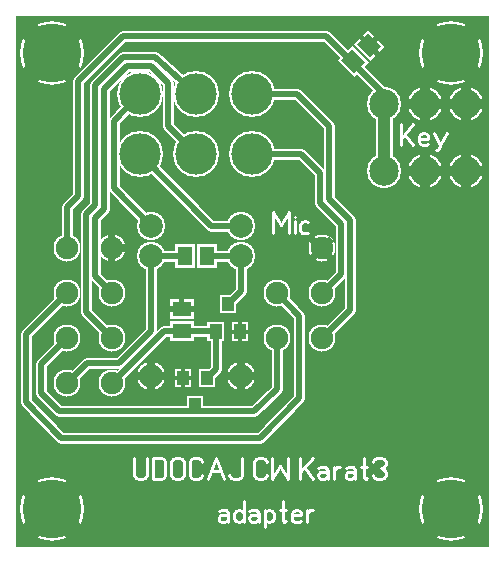
<source format=gbr>
%FSLAX34Y34*%
%MOMM*%
%LNCOPPER_BOTTOM*%
G71*
G01*
%ADD10C, 2.300*%
%ADD11C, 0.222*%
%ADD12C, 5.400*%
%ADD13C, 2.900*%
%ADD14C, 1.400*%
%ADD15C, 3.900*%
%ADD16C, 2.400*%
%ADD17C, 0.900*%
%ADD18R, 1.420X1.620*%
%ADD19R, 2.000X1.700*%
%ADD20R, 1.700X2.000*%
%ADD21C, 0.633*%
%ADD22C, 1.667*%
%ADD23C, 0.833*%
%ADD24C, 0.433*%
%ADD25C, 0.667*%
%ADD26C, 0.340*%
%ADD27C, 1.900*%
%ADD28C, 5.000*%
%ADD29C, 2.500*%
%ADD30C, 1.000*%
%ADD31C, 3.500*%
%ADD32C, 2.000*%
%ADD33C, 0.500*%
%ADD34R, 1.020X1.220*%
%ADD35R, 1.600X1.300*%
%ADD36R, 1.300X1.600*%
%LPD*%
G36*
X0Y0D02*
X-400000Y0D01*
X-400000Y-450000D01*
X0Y-450000D01*
X0Y0D01*
G37*
%LPC*%
X-141288Y-273050D02*
G54D10*
D03*
X-179388Y-273050D02*
G54D10*
D03*
X-141288Y-234950D02*
G54D10*
D03*
X-179388Y-234950D02*
G54D10*
D03*
X-141288Y-196850D02*
G54D10*
D03*
X-319088Y-311150D02*
G54D10*
D03*
X-357188Y-311150D02*
G54D10*
D03*
X-319088Y-273050D02*
G54D10*
D03*
X-357188Y-273050D02*
G54D10*
D03*
X-319088Y-234950D02*
G54D10*
D03*
X-357188Y-234950D02*
G54D10*
D03*
X-319088Y-196850D02*
G54D10*
D03*
X-357188Y-196850D02*
G54D10*
D03*
G54D11*
X-182562Y-184150D02*
X-182562Y-166372D01*
X-175896Y-177483D01*
X-169229Y-166372D01*
X-169229Y-184150D01*
G54D11*
X-164340Y-184150D02*
X-164340Y-174150D01*
G54D11*
X-164340Y-170817D02*
X-164340Y-170817D01*
G54D11*
X-152785Y-174817D02*
X-155452Y-174150D01*
X-158118Y-174817D01*
X-159452Y-177039D01*
X-159452Y-181483D01*
X-158118Y-183706D01*
X-155452Y-184150D01*
X-152785Y-183706D01*
G54D11*
X-74612Y-109538D02*
X-74612Y-91760D01*
G54D11*
X-74612Y-103982D02*
X-63946Y-91760D01*
G54D11*
X-70612Y-100649D02*
X-63946Y-109538D01*
G54D11*
X-51056Y-108426D02*
X-53190Y-109538D01*
X-55856Y-109538D01*
X-58523Y-108426D01*
X-59056Y-106204D01*
X-59056Y-102426D01*
X-57723Y-100204D01*
X-55056Y-99538D01*
X-52390Y-100204D01*
X-51056Y-101760D01*
X-51056Y-103982D01*
X-59056Y-103982D01*
G54D11*
X-46168Y-99538D02*
X-40834Y-109538D01*
X-35501Y-99538D01*
G54D11*
X-40834Y-109538D02*
X-42168Y-112871D01*
X-43501Y-113982D01*
X-44834Y-113982D01*
X-31750Y-31750D02*
G54D12*
D03*
X-19050Y-74612D02*
G54D13*
D03*
X-53975Y-74612D02*
G54D13*
D03*
X-88900Y-74612D02*
G54D13*
D03*
X-19050Y-131762D02*
G54D13*
D03*
X-53975Y-131762D02*
G54D13*
D03*
X-88900Y-131762D02*
G54D13*
D03*
G54D14*
X-88900Y-74612D02*
X-88900Y-131762D01*
G36*
X-113582Y-51549D02*
X-101561Y-39528D01*
X-115703Y-25386D01*
X-127724Y-37407D01*
X-113582Y-51549D01*
G37*
G36*
X-100147Y-38114D02*
X-88126Y-26093D01*
X-102268Y-11951D01*
X-114289Y-23972D01*
X-100147Y-38114D01*
G37*
X-247650Y-66675D02*
G54D15*
D03*
X-247650Y-117475D02*
G54D15*
D03*
X-295275Y-66675D02*
G54D15*
D03*
X-295275Y-117475D02*
G54D15*
D03*
X-200025Y-66675D02*
G54D15*
D03*
X-200025Y-117475D02*
G54D15*
D03*
X-209550Y-304800D02*
G54D16*
D03*
X-209550Y-177800D02*
G54D16*
D03*
X-209550Y-203200D02*
G54D16*
D03*
X-285750Y-177800D02*
G54D16*
D03*
X-285750Y-203200D02*
G54D16*
D03*
X-285750Y-304800D02*
G54D16*
D03*
G54D17*
X-88900Y-85725D02*
X-88900Y-66675D01*
X-138112Y-17462D01*
X-309562Y-17462D01*
X-347662Y-55562D01*
X-347662Y-152400D01*
X-357188Y-161925D01*
X-357188Y-196850D01*
X-369888Y-31750D02*
G54D12*
D03*
X-31750Y-417512D02*
G54D12*
D03*
X-369888Y-417512D02*
G54D12*
D03*
G54D17*
X-247650Y-66675D02*
X-282575Y-34925D01*
X-309562Y-34925D01*
X-333375Y-58738D01*
X-333375Y-160338D01*
X-341312Y-168275D01*
X-341312Y-250825D01*
X-319088Y-273050D01*
G54D17*
X-247650Y-117475D02*
X-271462Y-93662D01*
X-271462Y-57150D01*
X-285750Y-42862D01*
X-306388Y-42862D01*
X-325438Y-61912D01*
X-325438Y-163512D01*
X-333375Y-171450D01*
X-333375Y-220662D01*
X-319088Y-234950D01*
G54D17*
X-200025Y-66675D02*
X-161925Y-66675D01*
X-134938Y-93662D01*
X-134938Y-155575D01*
X-117475Y-173038D01*
X-117475Y-249238D01*
X-141288Y-273050D01*
G54D17*
X-141288Y-234950D02*
X-125412Y-219075D01*
X-125412Y-176212D01*
X-142875Y-158750D01*
X-142875Y-133350D01*
X-158750Y-117475D01*
X-200025Y-117475D01*
G54D17*
X-295275Y-117475D02*
X-234950Y-177800D01*
X-209550Y-177800D01*
G54D17*
X-295275Y-66675D02*
X-317500Y-88900D01*
X-317500Y-146050D01*
X-285750Y-177800D01*
G54D17*
X-357188Y-311150D02*
X-339725Y-293688D01*
X-312738Y-293688D01*
X-285750Y-266700D01*
X-285750Y-203200D01*
G54D17*
X-357188Y-234950D02*
X-392112Y-269875D01*
X-392112Y-327025D01*
X-361950Y-357188D01*
X-193675Y-357188D01*
X-160338Y-323850D01*
X-160338Y-254000D01*
X-179388Y-234950D01*
G54D17*
X-357188Y-273050D02*
X-379412Y-295275D01*
X-379412Y-319088D01*
X-363538Y-334962D01*
X-198438Y-334962D01*
X-179388Y-315912D01*
X-179388Y-273050D01*
X-220745Y-244475D02*
G54D18*
D03*
G36*
X-203445Y-259275D02*
X-217645Y-259275D01*
X-217645Y-275475D01*
X-203445Y-275475D01*
X-203445Y-259275D01*
G37*
G36*
X-223845Y-259275D02*
X-238045Y-259275D01*
X-238045Y-275475D01*
X-223845Y-275475D01*
X-223845Y-259275D01*
G37*
G54D17*
X-209550Y-203200D02*
X-209550Y-233280D01*
X-220745Y-244475D01*
G54D17*
X-319088Y-311150D02*
X-274638Y-266700D01*
X-231775Y-266700D01*
X-248606Y-329740D02*
G54D18*
D03*
X-258806Y-306840D02*
G54D18*
D03*
X-238406Y-306840D02*
G54D18*
D03*
G54D17*
X-230945Y-267375D02*
X-230945Y-299379D01*
X-238406Y-306840D01*
X-259983Y-267334D02*
G54D19*
D03*
X-259983Y-248334D02*
G54D19*
D03*
X-238125Y-203200D02*
G54D20*
D03*
X-257125Y-203200D02*
G54D20*
D03*
G54D17*
X-209550Y-203200D02*
X-238125Y-203200D01*
G54D17*
X-257125Y-203200D02*
X-285750Y-203200D01*
G54D11*
X-299848Y-374335D02*
X-299848Y-388779D01*
X-298515Y-391001D01*
X-295848Y-392112D01*
X-293182Y-392112D01*
X-290515Y-391001D01*
X-289182Y-388779D01*
X-289182Y-374335D01*
G54D11*
X-284292Y-392112D02*
X-284292Y-374335D01*
X-277626Y-374335D01*
X-274959Y-375446D01*
X-273626Y-377668D01*
X-273626Y-388779D01*
X-274959Y-391001D01*
X-277626Y-392112D01*
X-284292Y-392112D01*
G54D11*
X-258070Y-377668D02*
X-258070Y-388779D01*
X-259403Y-391001D01*
X-262070Y-392112D01*
X-264736Y-392112D01*
X-267403Y-391001D01*
X-268736Y-388779D01*
X-268736Y-377668D01*
X-267403Y-375446D01*
X-264736Y-374335D01*
X-262070Y-374335D01*
X-259403Y-375446D01*
X-258070Y-377668D01*
G54D11*
X-242514Y-388779D02*
X-243847Y-391001D01*
X-246514Y-392112D01*
X-249180Y-392112D01*
X-251847Y-391001D01*
X-253180Y-388779D01*
X-253180Y-377668D01*
X-251847Y-375446D01*
X-249180Y-374335D01*
X-246514Y-374335D01*
X-243847Y-375446D01*
X-242514Y-377668D01*
G54D11*
X-237624Y-392112D02*
X-230958Y-374335D01*
X-224291Y-392112D01*
G54D11*
X-234958Y-385446D02*
X-226958Y-385446D01*
G54D11*
X-208736Y-374335D02*
X-208736Y-388779D01*
X-210069Y-391001D01*
X-212736Y-392112D01*
X-215402Y-392112D01*
X-218069Y-391001D01*
X-219402Y-388779D01*
G54D11*
X-188024Y-388779D02*
X-189357Y-391001D01*
X-192024Y-392112D01*
X-194690Y-392112D01*
X-197357Y-391001D01*
X-198690Y-388779D01*
X-198690Y-377668D01*
X-197357Y-375446D01*
X-194690Y-374335D01*
X-192024Y-374335D01*
X-189357Y-375446D01*
X-188024Y-377668D01*
G54D11*
X-183134Y-374335D02*
X-183134Y-392112D01*
X-176468Y-381001D01*
X-169801Y-392112D01*
X-169801Y-374335D01*
G54D11*
X-159756Y-392112D02*
X-159756Y-374335D01*
G54D11*
X-159756Y-386557D02*
X-149090Y-374335D01*
G54D11*
X-155756Y-383224D02*
X-149090Y-392112D01*
G54D11*
X-144200Y-383224D02*
X-141534Y-382112D01*
X-138334Y-382112D01*
X-136200Y-384335D01*
X-136200Y-392112D01*
G54D11*
X-136200Y-388779D02*
X-137534Y-386557D01*
X-140200Y-386112D01*
X-142867Y-386557D01*
X-144200Y-388779D01*
X-143667Y-391001D01*
X-141534Y-392112D01*
X-140200Y-392112D01*
X-139667Y-392112D01*
X-137534Y-391001D01*
X-136200Y-388779D01*
G54D11*
X-131312Y-392112D02*
X-131312Y-382112D01*
G54D11*
X-131312Y-384335D02*
X-128645Y-382112D01*
X-125978Y-382112D01*
G54D11*
X-121090Y-383224D02*
X-118423Y-382112D01*
X-115223Y-382112D01*
X-113090Y-384335D01*
X-113090Y-392112D01*
G54D11*
X-113090Y-388779D02*
X-114423Y-386557D01*
X-117090Y-386112D01*
X-119756Y-386557D01*
X-121090Y-388779D01*
X-120556Y-391001D01*
X-118423Y-392112D01*
X-117090Y-392112D01*
X-116556Y-392112D01*
X-114423Y-391001D01*
X-113090Y-388779D01*
G54D11*
X-105534Y-374335D02*
X-105534Y-391001D01*
X-104200Y-392112D01*
X-102867Y-391668D01*
G54D11*
X-108200Y-382112D02*
X-102867Y-382112D01*
G54D11*
X-97978Y-377668D02*
X-96645Y-375446D01*
X-93978Y-374335D01*
X-91312Y-374335D01*
X-88645Y-375446D01*
X-87312Y-377668D01*
X-87312Y-379890D01*
X-88645Y-382112D01*
X-91312Y-383224D01*
X-88645Y-384335D01*
X-87312Y-386557D01*
X-87312Y-388779D01*
X-88645Y-391001D01*
X-91312Y-392112D01*
X-93978Y-392112D01*
X-96645Y-391001D01*
X-97978Y-388779D01*
G54D11*
X-228411Y-419736D02*
X-225744Y-418625D01*
X-222544Y-418625D01*
X-220411Y-420847D01*
X-220411Y-428625D01*
G54D11*
X-220411Y-425292D02*
X-221744Y-423069D01*
X-224411Y-422625D01*
X-227078Y-423069D01*
X-228411Y-425292D01*
X-227878Y-427514D01*
X-225744Y-428625D01*
X-224411Y-428625D01*
X-223878Y-428625D01*
X-221744Y-427514D01*
X-220411Y-425292D01*
G54D11*
X-207522Y-428625D02*
X-207522Y-410847D01*
G54D11*
X-207522Y-421514D02*
X-208855Y-419292D01*
X-211522Y-418625D01*
X-214189Y-419292D01*
X-215522Y-421514D01*
X-215522Y-425958D01*
X-214189Y-428181D01*
X-211522Y-428625D01*
X-208855Y-428181D01*
X-207522Y-425958D01*
G54D11*
X-202633Y-419736D02*
X-199966Y-418625D01*
X-196766Y-418625D01*
X-194633Y-420847D01*
X-194633Y-428625D01*
G54D11*
X-194633Y-425292D02*
X-195966Y-423069D01*
X-198633Y-422625D01*
X-201300Y-423069D01*
X-202633Y-425292D01*
X-202100Y-427514D01*
X-199966Y-428625D01*
X-198633Y-428625D01*
X-198100Y-428625D01*
X-195966Y-427514D01*
X-194633Y-425292D01*
G54D11*
X-189744Y-418625D02*
X-189744Y-433069D01*
G54D11*
X-189744Y-425292D02*
X-188411Y-428181D01*
X-185744Y-428625D01*
X-183077Y-428181D01*
X-181744Y-425958D01*
X-181744Y-421514D01*
X-183077Y-419292D01*
X-185744Y-418625D01*
X-188411Y-419292D01*
X-189744Y-421958D01*
G54D11*
X-174188Y-410847D02*
X-174188Y-427514D01*
X-172855Y-428625D01*
X-171522Y-428181D01*
G54D11*
X-176855Y-418625D02*
X-171522Y-418625D01*
G54D11*
X-158633Y-427514D02*
X-160766Y-428625D01*
X-163433Y-428625D01*
X-166100Y-427514D01*
X-166633Y-425292D01*
X-166633Y-421514D01*
X-165300Y-419292D01*
X-162633Y-418625D01*
X-159966Y-419292D01*
X-158633Y-420847D01*
X-158633Y-423069D01*
X-166633Y-423069D01*
G54D11*
X-153744Y-428625D02*
X-153744Y-418625D01*
G54D11*
X-153744Y-420847D02*
X-151077Y-418625D01*
X-148411Y-418625D01*
%LPD*%
G54D21*
G36*
X-139048Y-194611D02*
X-147534Y-186126D01*
X-152012Y-190604D01*
X-143527Y-199089D01*
X-139048Y-194611D01*
G37*
G36*
X-143527Y-194611D02*
X-152012Y-203096D01*
X-147534Y-207574D01*
X-139048Y-199089D01*
X-143527Y-194611D01*
G37*
G36*
X-143527Y-199089D02*
X-135041Y-207574D01*
X-130563Y-203096D01*
X-139048Y-194611D01*
X-143527Y-199089D01*
G37*
G36*
X-139048Y-199089D02*
X-130563Y-190604D01*
X-135041Y-186126D01*
X-143527Y-194611D01*
X-139048Y-199089D01*
G37*
G54D21*
G36*
X-322254Y-196850D02*
X-322254Y-208850D01*
X-315921Y-208850D01*
X-315921Y-196850D01*
X-322254Y-196850D01*
G37*
G36*
X-319088Y-200017D02*
X-307088Y-200017D01*
X-307088Y-193683D01*
X-319088Y-193683D01*
X-319088Y-200017D01*
G37*
G36*
X-315921Y-196850D02*
X-315921Y-184850D01*
X-322254Y-184850D01*
X-322254Y-196850D01*
X-315921Y-196850D01*
G37*
G54D22*
G36*
X-25857Y-25857D02*
X-45303Y-6412D01*
X-57088Y-18197D01*
X-37643Y-37643D01*
X-25857Y-25857D01*
G37*
G36*
X-37643Y-25857D02*
X-57088Y-45303D01*
X-45303Y-57088D01*
X-25857Y-37643D01*
X-37643Y-25857D01*
G37*
G36*
X-37643Y-37643D02*
X-18197Y-57088D01*
X-6412Y-45303D01*
X-25857Y-25857D01*
X-37643Y-37643D01*
G37*
G36*
X-25857Y-37643D02*
X-6412Y-18197D01*
X-18197Y-6412D01*
X-37643Y-25857D01*
X-25857Y-37643D01*
G37*
G54D23*
G36*
X-14883Y-74612D02*
X-14883Y-59612D01*
X-23217Y-59612D01*
X-23217Y-74612D01*
X-14883Y-74612D01*
G37*
G36*
X-19050Y-70446D02*
X-34050Y-70446D01*
X-34050Y-78779D01*
X-19050Y-78779D01*
X-19050Y-70446D01*
G37*
G36*
X-23217Y-74612D02*
X-23217Y-89612D01*
X-14883Y-89612D01*
X-14883Y-74612D01*
X-23217Y-74612D01*
G37*
G36*
X-19050Y-78779D02*
X-4050Y-78779D01*
X-4050Y-70446D01*
X-19050Y-70446D01*
X-19050Y-78779D01*
G37*
G54D23*
G36*
X-49808Y-74612D02*
X-49808Y-59612D01*
X-58142Y-59612D01*
X-58142Y-74612D01*
X-49808Y-74612D01*
G37*
G36*
X-53975Y-70446D02*
X-68975Y-70446D01*
X-68975Y-78779D01*
X-53975Y-78779D01*
X-53975Y-70446D01*
G37*
G36*
X-58142Y-74612D02*
X-58142Y-89612D01*
X-49808Y-89612D01*
X-49808Y-74612D01*
X-58142Y-74612D01*
G37*
G36*
X-53975Y-78779D02*
X-38975Y-78779D01*
X-38975Y-70446D01*
X-53975Y-70446D01*
X-53975Y-78779D01*
G37*
G54D23*
G36*
X-14883Y-131762D02*
X-14883Y-116762D01*
X-23217Y-116762D01*
X-23217Y-131762D01*
X-14883Y-131762D01*
G37*
G36*
X-19050Y-127596D02*
X-34050Y-127596D01*
X-34050Y-135929D01*
X-19050Y-135929D01*
X-19050Y-127596D01*
G37*
G36*
X-23217Y-131762D02*
X-23217Y-146762D01*
X-14883Y-146762D01*
X-14883Y-131762D01*
X-23217Y-131762D01*
G37*
G36*
X-19050Y-135929D02*
X-4050Y-135929D01*
X-4050Y-127596D01*
X-19050Y-127596D01*
X-19050Y-135929D01*
G37*
G54D23*
G36*
X-49808Y-131762D02*
X-49808Y-116762D01*
X-58142Y-116762D01*
X-58142Y-131762D01*
X-49808Y-131762D01*
G37*
G36*
X-53975Y-127596D02*
X-68975Y-127596D01*
X-68975Y-135929D01*
X-53975Y-135929D01*
X-53975Y-127596D01*
G37*
G36*
X-58142Y-131762D02*
X-58142Y-146762D01*
X-49808Y-146762D01*
X-49808Y-131762D01*
X-58142Y-131762D01*
G37*
G36*
X-53975Y-135929D02*
X-38975Y-135929D01*
X-38975Y-127596D01*
X-53975Y-127596D01*
X-53975Y-135929D01*
G37*
G54D24*
G36*
X-102739Y-26564D02*
X-95315Y-33989D01*
X-92251Y-30925D01*
X-99676Y-23501D01*
X-102739Y-26564D01*
G37*
G36*
X-99676Y-26564D02*
X-93312Y-20201D01*
X-96375Y-17137D01*
X-102739Y-23501D01*
X-99676Y-26564D01*
G37*
G36*
X-99676Y-23501D02*
X-107100Y-16076D01*
X-110164Y-19140D01*
X-102739Y-26564D01*
X-99676Y-23501D01*
G37*
G54D25*
G36*
X-209550Y-301467D02*
X-222050Y-301467D01*
X-222050Y-308133D01*
X-209550Y-308133D01*
X-209550Y-301467D01*
G37*
G36*
X-212883Y-304800D02*
X-212883Y-317300D01*
X-206217Y-317300D01*
X-206217Y-304800D01*
X-212883Y-304800D01*
G37*
G36*
X-209550Y-308133D02*
X-197050Y-308133D01*
X-197050Y-301467D01*
X-209550Y-301467D01*
X-209550Y-308133D01*
G37*
G36*
X-206217Y-304800D02*
X-206217Y-292300D01*
X-212883Y-292300D01*
X-212883Y-304800D01*
X-206217Y-304800D01*
G37*
G54D25*
G36*
X-285750Y-301467D02*
X-298250Y-301467D01*
X-298250Y-308133D01*
X-285750Y-308133D01*
X-285750Y-301467D01*
G37*
G36*
X-289083Y-304800D02*
X-289083Y-317300D01*
X-282417Y-317300D01*
X-282417Y-304800D01*
X-289083Y-304800D01*
G37*
G36*
X-285750Y-308133D02*
X-273250Y-308133D01*
X-273250Y-301467D01*
X-285750Y-301467D01*
X-285750Y-308133D01*
G37*
G36*
X-282417Y-304800D02*
X-282417Y-292300D01*
X-289083Y-292300D01*
X-289083Y-304800D01*
X-282417Y-304800D01*
G37*
G54D22*
G36*
X-363995Y-25857D02*
X-383440Y-6412D01*
X-395226Y-18197D01*
X-375780Y-37643D01*
X-363995Y-25857D01*
G37*
G36*
X-375780Y-25857D02*
X-395226Y-45303D01*
X-383440Y-57088D01*
X-363995Y-37643D01*
X-375780Y-25857D01*
G37*
G36*
X-375780Y-37643D02*
X-356335Y-57088D01*
X-344550Y-45303D01*
X-363995Y-25857D01*
X-375780Y-37643D01*
G37*
G36*
X-363995Y-37643D02*
X-344550Y-18197D01*
X-356335Y-6412D01*
X-375780Y-25857D01*
X-363995Y-37643D01*
G37*
G54D22*
G36*
X-25857Y-411620D02*
X-45303Y-392174D01*
X-57088Y-403960D01*
X-37643Y-423405D01*
X-25857Y-411620D01*
G37*
G36*
X-37643Y-411620D02*
X-57088Y-431065D01*
X-45303Y-442850D01*
X-25857Y-423405D01*
X-37643Y-411620D01*
G37*
G36*
X-37643Y-423405D02*
X-18197Y-442850D01*
X-6412Y-431065D01*
X-25857Y-411620D01*
X-37643Y-423405D01*
G37*
G36*
X-25857Y-423405D02*
X-6412Y-403960D01*
X-18197Y-392174D01*
X-37643Y-411620D01*
X-25857Y-423405D01*
G37*
G54D22*
G36*
X-363995Y-411620D02*
X-383440Y-392174D01*
X-395226Y-403960D01*
X-375780Y-423405D01*
X-363995Y-411620D01*
G37*
G36*
X-375780Y-411620D02*
X-395226Y-431065D01*
X-383440Y-442850D01*
X-363995Y-423405D01*
X-375780Y-411620D01*
G37*
G36*
X-375780Y-423405D02*
X-356335Y-442850D01*
X-344550Y-431065D01*
X-363995Y-411620D01*
X-375780Y-423405D01*
G37*
G36*
X-363995Y-423405D02*
X-344550Y-403960D01*
X-356335Y-392174D01*
X-375780Y-411620D01*
X-363995Y-423405D01*
G37*
G54D26*
G36*
X-208845Y-267375D02*
X-208845Y-258775D01*
X-212245Y-258775D01*
X-212245Y-267375D01*
X-208845Y-267375D01*
G37*
G36*
X-210545Y-265675D02*
X-218145Y-265675D01*
X-218145Y-269075D01*
X-210545Y-269075D01*
X-210545Y-265675D01*
G37*
G36*
X-212245Y-267375D02*
X-212245Y-275975D01*
X-208845Y-275975D01*
X-208845Y-267375D01*
X-212245Y-267375D01*
G37*
G36*
X-210545Y-269075D02*
X-202945Y-269075D01*
X-202945Y-265675D01*
X-210545Y-265675D01*
X-210545Y-269075D01*
G37*
G54D26*
G36*
X-260506Y-306840D02*
X-260506Y-315440D01*
X-257106Y-315440D01*
X-257106Y-306840D01*
X-260506Y-306840D01*
G37*
G36*
X-258806Y-308540D02*
X-251206Y-308540D01*
X-251206Y-305140D01*
X-258806Y-305140D01*
X-258806Y-308540D01*
G37*
G36*
X-257106Y-306840D02*
X-257106Y-298240D01*
X-260506Y-298240D01*
X-260506Y-306840D01*
X-257106Y-306840D01*
G37*
G36*
X-258806Y-305140D02*
X-266406Y-305140D01*
X-266406Y-308540D01*
X-258806Y-308540D01*
X-258806Y-305140D01*
G37*
G54D24*
G36*
X-259983Y-250500D02*
X-249483Y-250500D01*
X-249483Y-246168D01*
X-259983Y-246168D01*
X-259983Y-250500D01*
G37*
G36*
X-257816Y-248334D02*
X-257816Y-239334D01*
X-262149Y-239334D01*
X-262149Y-248334D01*
X-257816Y-248334D01*
G37*
G36*
X-259983Y-246168D02*
X-270483Y-246168D01*
X-270483Y-250500D01*
X-259983Y-250500D01*
X-259983Y-246168D01*
G37*
X-141288Y-273050D02*
G54D27*
D03*
X-179388Y-273050D02*
G54D27*
D03*
X-141288Y-234950D02*
G54D27*
D03*
X-179388Y-234950D02*
G54D27*
D03*
X-141288Y-196850D02*
G54D27*
D03*
X-319088Y-311150D02*
G54D27*
D03*
X-357188Y-311150D02*
G54D27*
D03*
X-319088Y-273050D02*
G54D27*
D03*
X-357188Y-273050D02*
G54D27*
D03*
X-319088Y-234950D02*
G54D27*
D03*
X-357188Y-234950D02*
G54D27*
D03*
X-319088Y-196850D02*
G54D27*
D03*
X-357188Y-196850D02*
G54D27*
D03*
X-31750Y-31750D02*
G54D28*
D03*
X-19050Y-74612D02*
G54D29*
D03*
X-53975Y-74612D02*
G54D29*
D03*
X-88900Y-74612D02*
G54D29*
D03*
X-19050Y-131762D02*
G54D29*
D03*
X-53975Y-131762D02*
G54D29*
D03*
X-88900Y-131762D02*
G54D29*
D03*
G54D30*
X-88900Y-74612D02*
X-88900Y-131762D01*
G36*
X-113582Y-48721D02*
X-104389Y-39528D01*
X-115703Y-28214D01*
X-124896Y-37407D01*
X-113582Y-48721D01*
G37*
G36*
X-100147Y-35286D02*
X-90954Y-26093D01*
X-102268Y-14779D01*
X-111461Y-23972D01*
X-100147Y-35286D01*
G37*
X-247650Y-66675D02*
G54D31*
D03*
X-247650Y-117475D02*
G54D31*
D03*
X-295275Y-66675D02*
G54D31*
D03*
X-295275Y-117475D02*
G54D31*
D03*
X-200025Y-66675D02*
G54D31*
D03*
X-200025Y-117475D02*
G54D31*
D03*
X-209550Y-304800D02*
G54D32*
D03*
X-209550Y-177800D02*
G54D32*
D03*
X-209550Y-203200D02*
G54D32*
D03*
X-285750Y-177800D02*
G54D32*
D03*
X-285750Y-203200D02*
G54D32*
D03*
X-285750Y-304800D02*
G54D32*
D03*
G54D33*
X-88900Y-85725D02*
X-88900Y-66675D01*
X-138112Y-17462D01*
X-309562Y-17462D01*
X-347662Y-55562D01*
X-347662Y-152400D01*
X-357188Y-161925D01*
X-357188Y-196850D01*
X-369888Y-31750D02*
G54D28*
D03*
X-31750Y-417512D02*
G54D28*
D03*
X-369888Y-417512D02*
G54D28*
D03*
G54D33*
X-247650Y-66675D02*
X-282575Y-34925D01*
X-309562Y-34925D01*
X-333375Y-58738D01*
X-333375Y-160338D01*
X-341312Y-168275D01*
X-341312Y-250825D01*
X-319088Y-273050D01*
G54D33*
X-247650Y-117475D02*
X-271462Y-93662D01*
X-271462Y-57150D01*
X-285750Y-42862D01*
X-306388Y-42862D01*
X-325438Y-61912D01*
X-325438Y-163512D01*
X-333375Y-171450D01*
X-333375Y-220662D01*
X-319088Y-234950D01*
G54D33*
X-200025Y-66675D02*
X-161925Y-66675D01*
X-134938Y-93662D01*
X-134938Y-155575D01*
X-117475Y-173038D01*
X-117475Y-249238D01*
X-141288Y-273050D01*
G54D33*
X-141288Y-234950D02*
X-125412Y-219075D01*
X-125412Y-176212D01*
X-142875Y-158750D01*
X-142875Y-133350D01*
X-158750Y-117475D01*
X-200025Y-117475D01*
G54D33*
X-295275Y-117475D02*
X-234950Y-177800D01*
X-209550Y-177800D01*
G54D33*
X-295275Y-66675D02*
X-317500Y-88900D01*
X-317500Y-146050D01*
X-285750Y-177800D01*
G54D33*
X-357188Y-311150D02*
X-339725Y-293688D01*
X-312738Y-293688D01*
X-285750Y-266700D01*
X-285750Y-203200D01*
G54D33*
X-357188Y-234950D02*
X-392112Y-269875D01*
X-392112Y-327025D01*
X-361950Y-357188D01*
X-193675Y-357188D01*
X-160338Y-323850D01*
X-160338Y-254000D01*
X-179388Y-234950D01*
G54D33*
X-357188Y-273050D02*
X-379412Y-295275D01*
X-379412Y-319088D01*
X-363538Y-334962D01*
X-198438Y-334962D01*
X-179388Y-315912D01*
X-179388Y-273050D01*
X-220745Y-244475D02*
G54D34*
D03*
G36*
X-205445Y-261275D02*
X-215645Y-261275D01*
X-215645Y-273475D01*
X-205445Y-273475D01*
X-205445Y-261275D01*
G37*
G36*
X-225845Y-261275D02*
X-236045Y-261275D01*
X-236045Y-273475D01*
X-225845Y-273475D01*
X-225845Y-261275D01*
G37*
G54D33*
X-209550Y-203200D02*
X-209550Y-233280D01*
X-220745Y-244475D01*
G54D33*
X-319088Y-311150D02*
X-274638Y-266700D01*
X-231775Y-266700D01*
X-248606Y-329740D02*
G54D34*
D03*
X-258806Y-306840D02*
G54D34*
D03*
X-238406Y-306840D02*
G54D34*
D03*
G54D33*
X-230945Y-267375D02*
X-230945Y-299379D01*
X-238406Y-306840D01*
X-259983Y-267334D02*
G54D35*
D03*
X-259983Y-248334D02*
G54D35*
D03*
X-238125Y-203200D02*
G54D36*
D03*
X-257125Y-203200D02*
G54D36*
D03*
G54D33*
X-209550Y-203200D02*
X-238125Y-203200D01*
G54D33*
X-257125Y-203200D02*
X-285750Y-203200D01*
M02*

</source>
